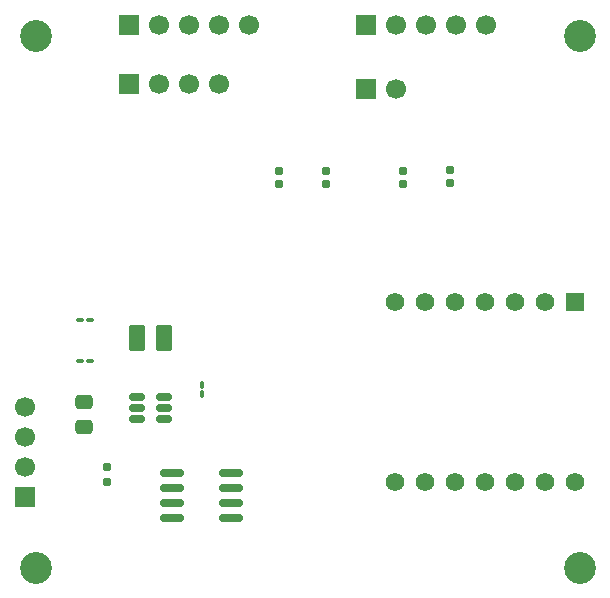
<source format=gbr>
%TF.GenerationSoftware,KiCad,Pcbnew,9.0.5*%
%TF.CreationDate,2025-10-11T13:35:54-04:00*%
%TF.ProjectId,EGR 101,45475220-3130-4312-9e6b-696361645f70,rev?*%
%TF.SameCoordinates,Original*%
%TF.FileFunction,Soldermask,Top*%
%TF.FilePolarity,Negative*%
%FSLAX46Y46*%
G04 Gerber Fmt 4.6, Leading zero omitted, Abs format (unit mm)*
G04 Created by KiCad (PCBNEW 9.0.5) date 2025-10-11 13:35:54*
%MOMM*%
%LPD*%
G01*
G04 APERTURE LIST*
G04 Aperture macros list*
%AMRoundRect*
0 Rectangle with rounded corners*
0 $1 Rounding radius*
0 $2 $3 $4 $5 $6 $7 $8 $9 X,Y pos of 4 corners*
0 Add a 4 corners polygon primitive as box body*
4,1,4,$2,$3,$4,$5,$6,$7,$8,$9,$2,$3,0*
0 Add four circle primitives for the rounded corners*
1,1,$1+$1,$2,$3*
1,1,$1+$1,$4,$5*
1,1,$1+$1,$6,$7*
1,1,$1+$1,$8,$9*
0 Add four rect primitives between the rounded corners*
20,1,$1+$1,$2,$3,$4,$5,0*
20,1,$1+$1,$4,$5,$6,$7,0*
20,1,$1+$1,$6,$7,$8,$9,0*
20,1,$1+$1,$8,$9,$2,$3,0*%
G04 Aperture macros list end*
%ADD10C,2.700000*%
%ADD11RoundRect,0.102000X-0.679000X0.679000X-0.679000X-0.679000X0.679000X-0.679000X0.679000X0.679000X0*%
%ADD12C,1.562000*%
%ADD13RoundRect,0.160000X-0.160000X0.197500X-0.160000X-0.197500X0.160000X-0.197500X0.160000X0.197500X0*%
%ADD14RoundRect,0.150000X0.825000X0.150000X-0.825000X0.150000X-0.825000X-0.150000X0.825000X-0.150000X0*%
%ADD15RoundRect,0.100000X0.217500X0.100000X-0.217500X0.100000X-0.217500X-0.100000X0.217500X-0.100000X0*%
%ADD16C,1.700000*%
%ADD17R,1.700000X1.700000*%
%ADD18RoundRect,0.150000X-0.512500X-0.150000X0.512500X-0.150000X0.512500X0.150000X-0.512500X0.150000X0*%
%ADD19RoundRect,0.155000X-0.155000X0.212500X-0.155000X-0.212500X0.155000X-0.212500X0.155000X0.212500X0*%
%ADD20RoundRect,0.250001X0.462499X0.849999X-0.462499X0.849999X-0.462499X-0.849999X0.462499X-0.849999X0*%
%ADD21RoundRect,0.100000X-0.100000X0.217500X-0.100000X-0.217500X0.100000X-0.217500X0.100000X0.217500X0*%
%ADD22RoundRect,0.250000X-0.475000X0.337500X-0.475000X-0.337500X0.475000X-0.337500X0.475000X0.337500X0*%
G04 APERTURE END LIST*
D10*
%TO.C,H2*%
X203500000Y-102500000D03*
%TD*%
%TO.C,H4*%
X157500000Y-57500000D03*
%TD*%
%TO.C,H1*%
X203500000Y-57500000D03*
%TD*%
D11*
%TO.C,U3*%
X203080000Y-80000000D03*
D12*
X200540000Y-80000000D03*
X198000000Y-80000000D03*
X187840000Y-80000000D03*
X190380000Y-80000000D03*
X192920000Y-80000000D03*
X195460000Y-80000000D03*
X203080000Y-95240000D03*
X200540000Y-95240000D03*
X198000000Y-95240000D03*
X187840000Y-95240000D03*
X190380000Y-95240000D03*
X192920000Y-95240000D03*
X195460000Y-95240000D03*
%TD*%
D13*
%TO.C,R3*%
X163500000Y-95195000D03*
X163500000Y-94000000D03*
%TD*%
D14*
%TO.C,U1*%
X169000000Y-98310000D03*
X169000000Y-97040000D03*
X169000000Y-95770000D03*
X169000000Y-94500000D03*
X173950000Y-94500000D03*
X173950000Y-95770000D03*
X173950000Y-97040000D03*
X173950000Y-98310000D03*
%TD*%
D15*
%TO.C,C4*%
X162000000Y-81500000D03*
X161185000Y-81500000D03*
%TD*%
%TO.C,C5*%
X162000000Y-85000000D03*
X161185000Y-85000000D03*
%TD*%
D16*
%TO.C,J3*%
X195540000Y-56500000D03*
X193000000Y-56500000D03*
X190460000Y-56500000D03*
X187920000Y-56500000D03*
D17*
X185380000Y-56500000D03*
%TD*%
D18*
%TO.C,U2*%
X166000000Y-88000000D03*
X166000000Y-88950000D03*
X166000000Y-89900000D03*
X168275000Y-89900000D03*
X168275000Y-88950000D03*
X168275000Y-88000000D03*
%TD*%
D19*
%TO.C,R8*%
X192500000Y-68797500D03*
X192500000Y-69932500D03*
%TD*%
%TO.C,R6*%
X178000000Y-68865000D03*
X178000000Y-70000000D03*
%TD*%
%TO.C,R5*%
X182000000Y-68865000D03*
X182000000Y-70000000D03*
%TD*%
%TO.C,R4*%
X188500000Y-68865000D03*
X188500000Y-70000000D03*
%TD*%
D20*
%TO.C,L1*%
X168325000Y-83000000D03*
X166000000Y-83000000D03*
%TD*%
D17*
%TO.C,J5*%
X185380000Y-62000000D03*
D16*
X187920000Y-62000000D03*
%TD*%
D17*
%TO.C,J4*%
X165380000Y-61500000D03*
D16*
X167920000Y-61500000D03*
X170460000Y-61500000D03*
X173000000Y-61500000D03*
%TD*%
D17*
%TO.C,J2*%
X165380000Y-56500000D03*
D16*
X167920000Y-56500000D03*
X170460000Y-56500000D03*
X173000000Y-56500000D03*
X175540000Y-56500000D03*
%TD*%
D17*
%TO.C,J1*%
X156500000Y-96500000D03*
D16*
X156500000Y-93960000D03*
X156500000Y-91420000D03*
X156500000Y-88880000D03*
%TD*%
D21*
%TO.C,C3*%
X171500000Y-87000000D03*
X171500000Y-87815000D03*
%TD*%
D22*
%TO.C,C1*%
X161500000Y-88500000D03*
X161500000Y-90575000D03*
%TD*%
D10*
%TO.C,H3*%
X157500000Y-102500000D03*
%TD*%
M02*

</source>
